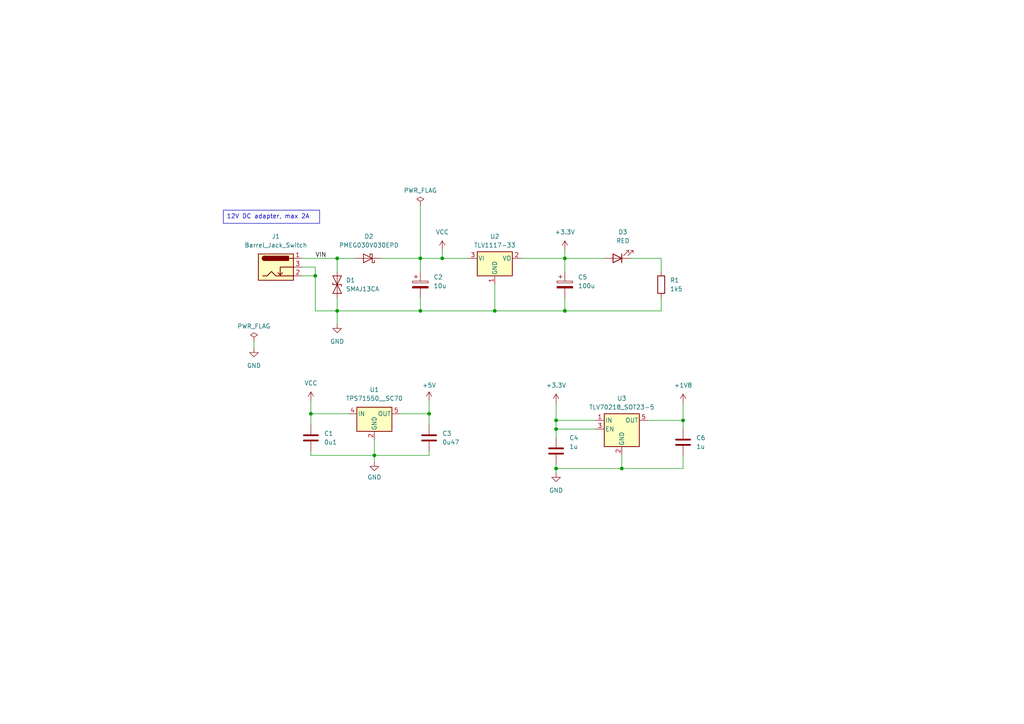
<source format=kicad_sch>
(kicad_sch (version 20230121) (generator eeschema)
  (paper "A4")
  (lib_symbols
    (symbol "Connector:Barrel_Jack_Switch" (pin_names hide)
      (property "Reference" "J" (at 0 5.334 0))
      (property "Value" "Barrel_Jack_Switch" (at 0 -5.08 0))
      (symbol "Barrel_Jack_Switch_0_1"
        (rectangle (start -5.08 3.81) (end 5.08 -3.81) (stroke (width 0.254)) (fill (type background)))
        (arc (start -3.302 3.175) (mid -3.9343 2.54) (end -3.302 1.905) (stroke (width 0.254)))
        (arc (start -3.302 3.175) (mid -3.9343 2.54) (end -3.302 1.905) (stroke (width 0.254)) (fill (type outline)))
        (polyline (pts (xy 1.27 -2.286) (xy 1.905 -1.651)) (stroke (width 0.254)))
        (polyline (pts (xy 5.08 2.54) (xy 3.81 2.54)) (stroke (width 0.254)))
        (polyline (pts (xy 5.08 0) (xy 1.27 0) (xy 1.27 -2.286) (xy 0.635 -1.651)) (stroke (width 0.254)))
        (polyline (pts (xy -3.81 -2.54) (xy -2.54 -2.54) (xy -1.27 -1.27) (xy 0 -2.54) (xy 2.54 -2.54) (xy 5.08 -2.54)) (stroke (width 0.254)))
        (rectangle (start 3.683 3.175) (end -3.302 1.905) (stroke (width 0.254)) (fill (type outline)))
      )
      (symbol "Barrel_Jack_Switch_1_1"
        (pin passive line (at 7.62 2.54 180) (length 2.54) (name "~") (number "1"))
        (pin passive line (at 7.62 -2.54 180) (length 2.54) (name "~") (number "2"))
        (pin passive line (at 7.62 0 180) (length 2.54) (name "~") (number "3"))
      )
    )
    (symbol "Device:C" (pin_numbers hide) (pin_names (offset 0.254))
      (property "Reference" "C" (at 0.635 2.54 0))
      (property "Value" "C" (at 0.635 -2.54 0))
      (symbol "C_0_1"
        (polyline (pts (xy -2.032 -0.762) (xy 2.032 -0.762)) (stroke (width 0.508)))
        (polyline (pts (xy -2.032 0.762) (xy 2.032 0.762)) (stroke (width 0.508)))
      )
      (symbol "C_1_1"
        (pin passive line (at 0 3.81 270) (length 2.794) (name "~") (number "1"))
        (pin passive line (at 0 -3.81 90) (length 2.794) (name "~") (number "2"))
      )
    )
    (symbol "Device:C_Polarized" (pin_numbers hide) (pin_names (offset 0.254))
      (property "Reference" "C" (at 0.635 2.54 0))
      (property "Value" "C_Polarized" (at 0.635 -2.54 0))
      (symbol "C_Polarized_0_1"
        (rectangle (start -2.286 0.508) (end 2.286 1.016))
        (polyline (pts (xy -1.778 2.286) (xy -0.762 2.286)))
        (polyline (pts (xy -1.27 2.794) (xy -1.27 1.778)))
        (rectangle (start 2.286 -0.508) (end -2.286 -1.016) (fill (type outline)))
      )
      (symbol "C_Polarized_1_1"
        (pin passive line (at 0 3.81 270) (length 2.794) (name "~") (number "1"))
        (pin passive line (at 0 -3.81 90) (length 2.794) (name "~") (number "2"))
      )
    )
    (symbol "Device:LED" (pin_numbers hide) (pin_names (offset 1.016) hide)
      (property "Reference" "D" (at 0 2.54 0))
      (property "Value" "LED" (at 0 -2.54 0))
      (symbol "LED_0_1"
        (polyline (pts (xy -1.27 -1.27) (xy -1.27 1.27)) (stroke (width 0.254)))
        (polyline (pts (xy -1.27 0) (xy 1.27 0)))
        (polyline (pts (xy 1.27 -1.27) (xy 1.27 1.27) (xy -1.27 0) (xy 1.27 -1.27)) (stroke (width 0.254)))
        (polyline (pts (xy -3.048 -0.762) (xy -4.572 -2.286) (xy -3.81 -2.286) (xy -4.572 -2.286) (xy -4.572 -1.524)))
        (polyline (pts (xy -1.778 -0.762) (xy -3.302 -2.286) (xy -2.54 -2.286) (xy -3.302 -2.286) (xy -3.302 -1.524)))
      )
      (symbol "LED_1_1"
        (pin passive line (at -3.81 0 0) (length 2.54) (name "K") (number "1"))
        (pin passive line (at 3.81 0 180) (length 2.54) (name "A") (number "2"))
      )
    )
    (symbol "Device:R" (pin_numbers hide) (pin_names (offset 0))
      (property "Reference" "R" (at 2.032 0 90))
      (property "Value" "R" (at 0 0 90))
      (symbol "R_0_1"
        (rectangle (start -1.016 -2.54) (end 1.016 2.54) (stroke (width 0.254)))
      )
      (symbol "R_1_1"
        (pin passive line (at 0 3.81 270) (length 1.27) (name "~") (number "1"))
        (pin passive line (at 0 -3.81 90) (length 1.27) (name "~") (number "2"))
      )
    )
    (symbol "Diode:PMEG030V030EPD" (pin_numbers hide) (pin_names hide)
      (property "Reference" "D" (at 0 2.54 0))
      (property "Value" "PMEG030V030EPD" (at 0 -2.54 0))
      (symbol "PMEG030V030EPD_0_1"
        (polyline (pts (xy 1.27 0) (xy -1.27 0)))
        (polyline (pts (xy 1.27 1.27) (xy 1.27 -1.27) (xy -1.27 0) (xy 1.27 1.27)) (stroke (width 0.2032)))
        (polyline (pts (xy -1.905 0.635) (xy -1.905 1.27) (xy -1.27 1.27) (xy -1.27 -1.27) (xy -0.635 -1.27) (xy -0.635 -0.635)) (stroke (width 0.2032)))
      )
      (symbol "PMEG030V030EPD_1_1"
        (pin passive line (at 3.81 0 180) (length 2.54) (name "A") (number "1"))
        (pin passive line (at 3.81 0 180) (length 2.54) hide (name "A") (number "2"))
        (pin passive line (at -3.81 0 0) (length 2.54) (name "K") (number "3"))
      )
    )
    (symbol "Diode:SMAJ13CA" (pin_numbers hide) (pin_names (offset 1.016) hide)
      (property "Reference" "D" (at 0 2.54 0))
      (property "Value" "SMAJ13CA" (at 0 -2.54 0))
      (symbol "SMAJ13CA_0_1"
        (polyline (pts (xy 1.27 0) (xy -1.27 0)))
        (polyline (pts (xy -2.54 -1.27) (xy 0 0) (xy -2.54 1.27) (xy -2.54 -1.27)) (stroke (width 0.2032)))
        (polyline (pts (xy 0.508 1.27) (xy 0 1.27) (xy 0 -1.27) (xy -0.508 -1.27)) (stroke (width 0.2032)))
        (polyline (pts (xy 2.54 1.27) (xy 2.54 -1.27) (xy 0 0) (xy 2.54 1.27)) (stroke (width 0.2032)))
      )
      (symbol "SMAJ13CA_1_1"
        (pin passive line (at -3.81 0 0) (length 2.54) (name "A1") (number "1"))
        (pin passive line (at 3.81 0 180) (length 2.54) (name "A2") (number "2"))
      )
    )
    (symbol "Regulator_Linear:TLV1117-33" (pin_names (offset 0.254))
      (property "Reference" "U" (at -3.81 3.175 0))
      (property "Value" "TLV1117-33" (at 0 3.175 0))
      (symbol "TLV1117-33_0_1"
        (rectangle (start -5.08 -5.08) (end 5.08 1.905) (stroke (width 0.254)) (fill (type background)))
      )
      (symbol "TLV1117-33_1_1"
        (pin power_in line (at 0 -7.62 90) (length 2.54) (name "GND") (number "1"))
        (pin power_out line (at 7.62 0 180) (length 2.54) (name "VO") (number "2"))
        (pin power_in line (at -7.62 0 0) (length 2.54) (name "VI") (number "3"))
      )
    )
    (symbol "Regulator_Linear:TLV70218_SOT23-5" (pin_names (offset 0.254))
      (property "Reference" "U" (at -3.81 5.715 0))
      (property "Value" "TLV70218_SOT23-5" (at 0 5.715 0))
      (symbol "TLV70218_SOT23-5_0_1"
        (rectangle (start -5.08 4.445) (end 5.08 -5.08) (stroke (width 0.254)) (fill (type background)))
      )
      (symbol "TLV70218_SOT23-5_1_1"
        (pin power_in line (at -7.62 2.54 0) (length 2.54) (name "IN") (number "1"))
        (pin power_in line (at 0 -7.62 90) (length 2.54) (name "GND") (number "2"))
        (pin input line (at -7.62 0 0) (length 2.54) (name "EN") (number "3"))
        (pin no_connect line (at 5.08 0 180) (length 2.54) hide (name "NC") (number "4"))
        (pin power_out line (at 7.62 2.54 180) (length 2.54) (name "OUT") (number "5"))
      )
    )
    (symbol "Regulator_Linear:TPS71550__SC70" (pin_names (offset 0.254))
      (property "Reference" "U" (at -3.81 3.175 0))
      (property "Value" "TPS71550__SC70" (at 0 3.175 0))
      (symbol "TPS71550__SC70_0_1"
        (rectangle (start -5.08 1.905) (end 5.08 -5.08) (stroke (width 0.254)) (fill (type background)))
      )
      (symbol "TPS71550__SC70_1_1"
        (pin no_connect line (at 5.08 -2.54 180) (length 2.54) hide (name "NC") (number "1"))
        (pin power_in line (at 0 -7.62 90) (length 2.54) (name "GND") (number "2"))
        (pin no_connect line (at -5.08 -2.54 0) (length 2.54) hide (name "NC") (number "3"))
        (pin power_in line (at -7.62 0 0) (length 2.54) (name "IN") (number "4"))
        (pin power_out line (at 7.62 0 180) (length 2.54) (name "OUT") (number "5"))
      )
    )
    (symbol "power:+1V8" (power) (pin_names (offset 0))
      (property "Value" "+1V8" (at 0 3.556 0))
      (symbol "+1V8_0_1"
        (polyline (pts (xy -0.762 1.27) (xy 0 2.54)))
        (polyline (pts (xy 0 0) (xy 0 2.54)))
        (polyline (pts (xy 0 2.54) (xy 0.762 1.27)))
      )
      (symbol "+1V8_1_1"
        (pin power_in line (at 0 0 90) (length 0) hide (name "+1V8") (number "1"))
      )
    )
    (symbol "power:+3.3V" (power) (pin_names (offset 0))
      (property "Value" "+3.3V" (at 0 3.556 0))
      (symbol "+3.3V_0_1"
        (polyline (pts (xy -0.762 1.27) (xy 0 2.54)))
        (polyline (pts (xy 0 0) (xy 0 2.54)))
        (polyline (pts (xy 0 2.54) (xy 0.762 1.27)))
      )
      (symbol "+3.3V_1_1"
        (pin power_in line (at 0 0 90) (length 0) hide (name "+3.3V") (number "1"))
      )
    )
    (symbol "power:+5V" (power) (pin_names (offset 0))
      (property "Value" "+5V" (at 0 3.556 0))
      (symbol "+5V_0_1"
        (polyline (pts (xy -0.762 1.27) (xy 0 2.54)))
        (polyline (pts (xy 0 0) (xy 0 2.54)))
        (polyline (pts (xy 0 2.54) (xy 0.762 1.27)))
      )
      (symbol "+5V_1_1"
        (pin power_in line (at 0 0 90) (length 0) hide (name "+5V") (number "1"))
      )
    )
    (symbol "power:GND" (power) (pin_names (offset 0))
      (property "Value" "GND" (at 0 -3.81 0))
      (symbol "GND_0_1"
        (polyline (pts (xy 0 0) (xy 0 -1.27) (xy 1.27 -1.27) (xy 0 -2.54) (xy -1.27 -1.27) (xy 0 -1.27)))
      )
      (symbol "GND_1_1"
        (pin power_in line (at 0 0 270) (length 0) hide (name "GND") (number "1"))
      )
    )
    (symbol "power:PWR_FLAG" (power) (pin_numbers hide) (pin_names (offset 0) hide)
      (property "Value" "PWR_FLAG" (at 0 3.81 0))
      (symbol "PWR_FLAG_0_0"
        (pin power_out line (at 0 0 90) (length 0) (name "pwr") (number "1"))
      )
      (symbol "PWR_FLAG_0_1"
        (polyline (pts (xy 0 0) (xy 0 1.27) (xy -1.016 1.905) (xy 0 2.54) (xy 1.016 1.905) (xy 0 1.27)))
      )
    )
    (symbol "power:VCC" (power) (pin_names (offset 0))
      (property "Value" "VCC" (at 0 3.81 0))
      (symbol "VCC_0_1"
        (polyline (pts (xy -0.762 1.27) (xy 0 2.54)))
        (polyline (pts (xy 0 0) (xy 0 2.54)))
        (polyline (pts (xy 0 2.54) (xy 0.762 1.27)))
      )
      (symbol "VCC_1_1"
        (pin power_in line (at 0 0 90) (length 0) hide (name "VCC") (number "1"))
      )
    )
  )
  (junction (at 121.92 90.17))
  (junction (at 108.585 132.08))
  (junction (at 161.29 135.89))
  (junction (at 97.79 90.17))
  (junction (at 121.92 74.93))
  (junction (at 163.83 74.93))
  (junction (at 180.34 135.89))
  (junction (at 91.44 80.01))
  (junction (at 124.46 120.015))
  (junction (at 128.27 74.93))
  (junction (at 90.17 120.015))
  (junction (at 198.12 121.92))
  (junction (at 97.79 74.93))
  (junction (at 161.29 121.92))
  (junction (at 163.83 90.17))
  (junction (at 143.51 90.17))
  (junction (at 161.29 124.46))
  (wire (pts (xy 180.34 132.08) (xy 180.34 135.89)))
  (wire (pts (xy 108.585 132.08) (xy 124.46 132.08)))
  (wire (pts (xy 90.17 132.08) (xy 108.585 132.08)))
  (wire (pts (xy 90.17 120.015) (xy 100.965 120.015)))
  (wire (pts (xy 73.66 99.06) (xy 73.66 100.965)))
  (wire (pts (xy 161.29 121.92) (xy 172.72 121.92)))
  (wire (pts (xy 90.17 116.205) (xy 90.17 120.015)))
  (wire (pts (xy 108.585 132.08) (xy 108.585 133.985)))
  (wire (pts (xy 198.12 132.08) (xy 198.12 135.89)))
  (wire (pts (xy 91.44 80.01) (xy 87.63 80.01)))
  (wire (pts (xy 198.12 116.84) (xy 198.12 121.92)))
  (wire (pts (xy 163.83 86.36) (xy 163.83 90.17)))
  (wire (pts (xy 121.92 59.69) (xy 121.92 74.93)))
  (wire (pts (xy 128.27 72.39) (xy 128.27 74.93)))
  (wire (pts (xy 97.79 90.17) (xy 97.79 93.98)))
  (wire (pts (xy 161.29 116.84) (xy 161.29 121.92)))
  (wire (pts (xy 163.83 72.39) (xy 163.83 74.93)))
  (wire (pts (xy 161.29 135.89) (xy 180.34 135.89)))
  (wire (pts (xy 143.51 90.17) (xy 143.51 82.55)))
  (wire (pts (xy 121.92 74.93) (xy 128.27 74.93)))
  (wire (pts (xy 128.27 74.93) (xy 135.89 74.93)))
  (wire (pts (xy 151.13 74.93) (xy 163.83 74.93)))
  (wire (pts (xy 121.92 90.17) (xy 143.51 90.17)))
  (wire (pts (xy 121.92 86.36) (xy 121.92 90.17)))
  (wire (pts (xy 172.72 124.46) (xy 161.29 124.46)))
  (wire (pts (xy 163.83 74.93) (xy 175.26 74.93)))
  (wire (pts (xy 91.44 90.17) (xy 91.44 80.01)))
  (wire (pts (xy 90.17 123.19) (xy 90.17 120.015)))
  (wire (pts (xy 124.46 116.205) (xy 124.46 120.015)))
  (wire (pts (xy 121.92 90.17) (xy 97.79 90.17)))
  (wire (pts (xy 143.51 90.17) (xy 163.83 90.17)))
  (wire (pts (xy 182.88 74.93) (xy 191.77 74.93)))
  (wire (pts (xy 87.63 74.93) (xy 97.79 74.93)))
  (wire (pts (xy 198.12 135.89) (xy 180.34 135.89)))
  (wire (pts (xy 191.77 74.93) (xy 191.77 78.74)))
  (wire (pts (xy 161.29 124.46) (xy 161.29 121.92)))
  (wire (pts (xy 161.29 135.89) (xy 161.29 137.16)))
  (wire (pts (xy 161.29 124.46) (xy 161.29 127)))
  (wire (pts (xy 198.12 121.92) (xy 198.12 124.46)))
  (wire (pts (xy 87.63 77.47) (xy 91.44 77.47)))
  (wire (pts (xy 163.83 90.17) (xy 191.77 90.17)))
  (wire (pts (xy 91.44 77.47) (xy 91.44 80.01)))
  (wire (pts (xy 90.17 130.81) (xy 90.17 132.08)))
  (wire (pts (xy 187.96 121.92) (xy 198.12 121.92)))
  (wire (pts (xy 116.205 120.015) (xy 124.46 120.015)))
  (wire (pts (xy 124.46 130.81) (xy 124.46 132.08)))
  (wire (pts (xy 97.79 74.93) (xy 102.87 74.93)))
  (wire (pts (xy 161.29 134.62) (xy 161.29 135.89)))
  (wire (pts (xy 191.77 86.36) (xy 191.77 90.17)))
  (wire (pts (xy 97.79 90.17) (xy 91.44 90.17)))
  (wire (pts (xy 124.46 123.19) (xy 124.46 120.015)))
  (wire (pts (xy 110.49 74.93) (xy 121.92 74.93)))
  (wire (pts (xy 121.92 74.93) (xy 121.92 78.74)))
  (wire (pts (xy 163.83 74.93) (xy 163.83 78.74)))
  (wire (pts (xy 97.79 78.74) (xy 97.79 74.93)))
  (wire (pts (xy 108.585 127.635) (xy 108.585 132.08)))
  (wire (pts (xy 97.79 86.36) (xy 97.79 90.17)))
  (text_box "12V DC adapter, max 2A" (at 64.77 60.96 0) (size 27.94 3.81) (effects (font (size 1.27 1.27)) (justify left top)))
  (label "VIN" (at 91.44 74.93 0))
  (symbol (lib_id "Device:C_Polarized") (at 163.83 82.55 0) (unit 1)
    (property "Reference" "C5" (at 167.64 80.391 0) (effects (justify left)))
    (property "Value" "100u" (at 167.64 82.931 0) (effects (justify left)))
    (property "Footprint" "Capacitor_SMD:CP_Elec_8x10" (effects hide))
  )
  (symbol (lib_id "Diode:SMAJ13CA") (at 97.79 82.55 270) (unit 1)
    (property "Reference" "D1" (at 100.33 81.28 90) (effects (justify left)))
    (property "Value" "SMAJ13CA" (at 100.33 83.82 90) (effects (justify left)))
    (property "Footprint" "Diode_SMD:D_SMA" (effects hide))
    (property "Datasheet" "https://www.littelfuse.com/media?resourcetype=datasheets&itemid=75e32973-b177-4ee3-a0ff-cedaf1abdb93&filename=smaj-datasheet" (effects hide))
  )
  (symbol (lib_id "Device:C_Polarized") (at 121.92 82.55 0) (unit 1)
    (property "Reference" "C2" (at 125.73 80.391 0) (effects (justify left)))
    (property "Value" "10u" (at 125.73 82.931 0) (effects (justify left)))
    (property "Footprint" "Capacitor_SMD:CP_Elec_6.3x5.4" (effects hide))
  )
  (symbol (lib_id "Regulator_Linear:TLV70218_SOT23-5") (at 180.34 124.46 0) (unit 1)
    (property "Reference" "U3" (at 180.34 115.57 0))
    (property "Value" "TLV70218_SOT23-5" (at 180.34 118.11 0))
    (property "Footprint" "Package_TO_SOT_SMD:SOT-23-5" (effects hide))
    (property "Datasheet" "http://www.ti.com/lit/ds/symlink/tlv702.pdf" (effects hide))
  )
  (symbol (lib_id "power:PWR_FLAG") (at 121.92 59.69 0) (unit 1)
    (property "Reference" "#FLG02" (effects hide))
    (property "Value" "PWR_FLAG" (at 121.92 55.245 0))
  )
  (symbol (lib_id "power:VCC") (at 128.27 72.39 0) (unit 1)
    (property "Reference" "#PWR06" (effects hide))
    (property "Value" "VCC" (at 128.27 67.31 0))
  )
  (symbol (lib_id "Diode:PMEG030V030EPD") (at 106.68 74.93 180) (unit 1)
    (property "Reference" "D2" (at 106.9975 68.58 0))
    (property "Value" "PMEG030V030EPD" (at 106.9975 71.12 0))
    (property "Footprint" "Package_TO_SOT_SMD:Nexperia_CFP15_SOT-1289" (effects hide))
    (property "Datasheet" "https://assets.nexperia.com/documents/data-sheet/PMEG030V030EPD.pdf" (effects hide))
  )
  (symbol (lib_id "Regulator_Linear:TLV1117-33") (at 143.51 74.93 0) (unit 1)
    (property "Reference" "U2" (at 143.51 68.58 0))
    (property "Value" "TLV1117-33" (at 143.51 71.12 0))
    (property "Footprint" "Package_TO_SOT_SMD:SOT-223-3_TabPin2" (effects hide))
    (property "Datasheet" "http://www.ti.com/lit/ds/symlink/tlv1117.pdf" (effects hide))
  )
  (symbol (lib_id "power:+3.3V") (at 163.83 72.39 0) (unit 1)
    (property "Reference" "#PWR09" (effects hide))
    (property "Value" "+3.3V" (at 163.83 67.31 0))
  )
  (symbol (lib_id "power:GND") (at 73.66 100.965 0) (unit 1)
    (property "Reference" "#PWR01" (effects hide))
    (property "Value" "GND" (at 73.66 106.045 0))
  )
  (symbol (lib_id "Regulator_Linear:TPS71550__SC70") (at 108.585 120.015 0) (unit 1)
    (property "Reference" "U1" (at 108.585 113.03 0))
    (property "Value" "TPS71550__SC70" (at 108.585 115.57 0))
    (property "Footprint" "Package_TO_SOT_SMD:SOT-353_SC-70-5" (effects hide))
    (property "Datasheet" "http://www.ti.com/lit/ds/symlink/tps715.pdf" (effects hide))
  )
  (symbol (lib_id "Connector:Barrel_Jack_Switch") (at 80.01 77.47 0) (unit 1)
    (property "Reference" "J1" (at 80.01 68.58 0))
    (property "Value" "Barrel_Jack_Switch" (at 80.01 71.12 0))
    (property "Footprint" "Connector_BarrelJack:BarrelJack_GCT_DCJ200-10-A_Horizontal" (effects hide))
  )
  (symbol (lib_id "Device:C") (at 161.29 130.81 0) (unit 1)
    (property "Reference" "C4" (at 165.1 127 0) (effects (justify left)))
    (property "Value" "1u" (at 165.1 129.54 0) (effects (justify left)))
    (property "Footprint" "Capacitor_SMD:C_0402_1005Metric" (effects hide))
  )
  (symbol (lib_id "Device:LED") (at 179.07 74.93 180) (unit 1)
    (property "Reference" "D3" (at 180.6575 67.31 0))
    (property "Value" "RED" (at 180.6575 69.85 0))
    (property "Footprint" "LED_SMD:LED_0603_1608Metric" (effects hide))
  )
  (symbol (lib_id "power:+3.3V") (at 161.29 116.84 0) (unit 1)
    (property "Reference" "#PWR07" (effects hide))
    (property "Value" "+3.3V" (at 161.29 111.76 0))
  )
  (symbol (lib_id "Device:C") (at 90.17 127 0) (unit 1)
    (property "Reference" "C1" (at 93.98 125.73 0) (effects (justify left)))
    (property "Value" "0u1" (at 93.98 128.27 0) (effects (justify left)))
    (property "Footprint" "Capacitor_SMD:C_0603_1608Metric" (effects hide))
  )
  (symbol (lib_id "power:GND") (at 97.79 93.98 0) (unit 1)
    (property "Reference" "#PWR03" (effects hide))
    (property "Value" "GND" (at 97.79 99.06 0))
  )
  (symbol (lib_id "power:VCC") (at 90.17 116.205 0) (unit 1)
    (property "Reference" "#PWR02" (effects hide))
    (property "Value" "VCC" (at 90.17 111.125 0))
  )
  (symbol (lib_id "Device:C") (at 124.46 127 0) (unit 1)
    (property "Reference" "C3" (at 128.27 125.73 0) (effects (justify left)))
    (property "Value" "0u47" (at 128.27 128.27 0) (effects (justify left)))
    (property "Footprint" "Capacitor_SMD:C_0402_1005Metric" (effects hide))
  )
  (symbol (lib_id "Device:C") (at 198.12 128.27 0) (unit 1)
    (property "Reference" "C6" (at 201.93 127 0) (effects (justify left)))
    (property "Value" "1u" (at 201.93 129.54 0) (effects (justify left)))
    (property "Footprint" "Capacitor_SMD:C_0402_1005Metric" (effects hide))
  )
  (symbol (lib_id "power:+5V") (at 124.46 116.205 0) (unit 1)
    (property "Reference" "#PWR05" (effects hide))
    (property "Value" "+5V" (at 124.46 111.76 0))
  )
  (symbol (lib_id "power:PWR_FLAG") (at 73.66 99.06 0) (unit 1)
    (property "Reference" "#FLG01" (effects hide))
    (property "Value" "PWR_FLAG" (at 73.66 94.615 0))
  )
  (symbol (lib_id "Device:R") (at 191.77 82.55 0) (unit 1)
    (property "Reference" "R1" (at 194.31 81.28 0) (effects (justify left)))
    (property "Value" "1k5" (at 194.31 83.82 0) (effects (justify left)))
    (property "Footprint" "Resistor_SMD:R_0402_1005Metric" (effects hide))
  )
  (symbol (lib_id "power:GND") (at 108.585 133.985 0) (unit 1)
    (property "Reference" "#PWR04" (effects hide))
    (property "Value" "GND" (at 108.585 138.43 0))
  )
  (symbol (lib_id "power:+1V8") (at 198.12 116.84 0) (unit 1)
    (property "Reference" "#PWR010" (effects hide))
    (property "Value" "+1V8" (at 198.12 111.76 0))
  )
  (symbol (lib_id "power:GND") (at 161.29 137.16 0) (unit 1)
    (property "Reference" "#PWR08" (effects hide))
    (property "Value" "GND" (at 161.29 142.24 0))
  )
)
</source>
